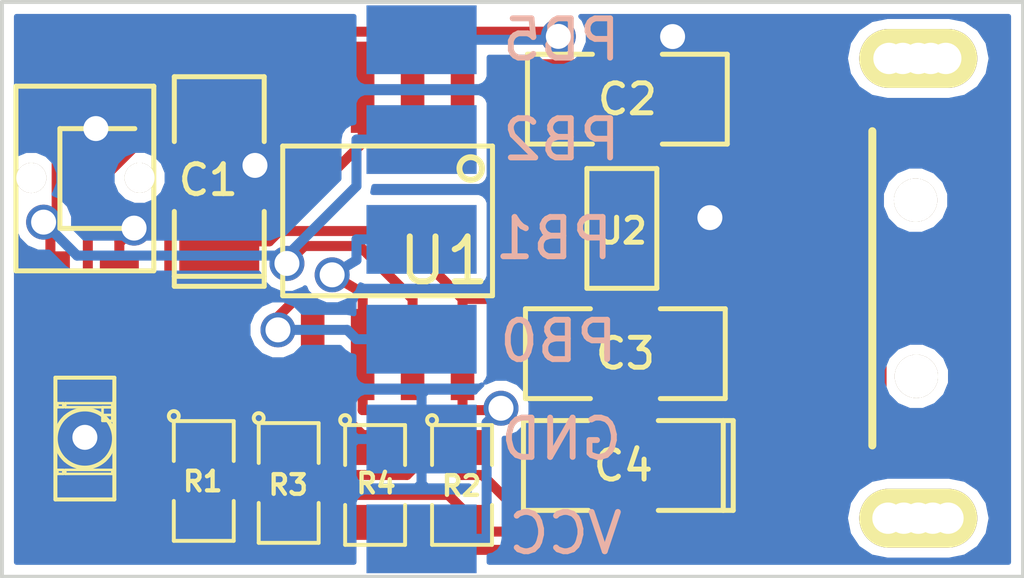
<source format=kicad_pcb>
(kicad_pcb (version 20171130) (host pcbnew "(5.1.6)-1")

  (general
    (thickness 1.6)
    (drawings 4)
    (tracks 160)
    (zones 0)
    (modules 14)
    (nets 14)
  )

  (page A3)
  (layers
    (0 F.Cu signal)
    (31 B.Cu signal)
    (32 B.Adhes user)
    (33 F.Adhes user)
    (34 B.Paste user)
    (35 F.Paste user)
    (36 B.SilkS user)
    (37 F.SilkS user)
    (38 B.Mask user)
    (39 F.Mask user)
    (40 Dwgs.User user)
    (41 Cmts.User user)
    (42 Eco1.User user)
    (43 Eco2.User user)
    (44 Edge.Cuts user)
  )

  (setup
    (last_trace_width 0.254)
    (user_trace_width 0.127)
    (trace_clearance 0.127)
    (zone_clearance 0.254)
    (zone_45_only no)
    (trace_min 0.127)
    (via_size 0.889)
    (via_drill 0.635)
    (via_min_size 0.555)
    (via_min_drill 0.3352)
    (user_via 0.555 0.3352)
    (uvia_size 0.508)
    (uvia_drill 0.127)
    (uvias_allowed no)
    (uvia_min_size 0.254)
    (uvia_min_drill 0.063)
    (edge_width 0.1)
    (segment_width 0.2)
    (pcb_text_width 0.3)
    (pcb_text_size 1.5 1.5)
    (mod_edge_width 0.15)
    (mod_text_size 1 1)
    (mod_text_width 0.15)
    (pad_size 1.75 2.8)
    (pad_drill 0)
    (pad_to_mask_clearance 0)
    (aux_axis_origin 0 0)
    (visible_elements 7FFFFFFF)
    (pcbplotparams
      (layerselection 0x00030_ffffffff)
      (usegerberextensions true)
      (usegerberattributes true)
      (usegerberadvancedattributes true)
      (creategerberjobfile true)
      (excludeedgelayer true)
      (linewidth 0.150000)
      (plotframeref false)
      (viasonmask false)
      (mode 1)
      (useauxorigin false)
      (hpglpennumber 1)
      (hpglpenspeed 20)
      (hpglpendiameter 15.000000)
      (psnegative false)
      (psa4output false)
      (plotreference true)
      (plotvalue true)
      (plotinvisibletext false)
      (padsonsilk false)
      (subtractmaskfromsilk false)
      (outputformat 1)
      (mirror false)
      (drillshape 0)
      (scaleselection 1)
      (outputdirectory "gerbers/"))
  )

  (net 0 "")
  (net 1 GND)
  (net 2 N-0000013)
  (net 3 N-000006)
  (net 4 N-000007)
  (net 5 N-000009)
  (net 6 PB0)
  (net 7 PB1)
  (net 8 PB2)
  (net 9 PB3)
  (net 10 PB4)
  (net 11 PB5)
  (net 12 VBUS)
  (net 13 VCC)

  (net_class Default "This is the default net class."
    (clearance 0.127)
    (trace_width 0.254)
    (via_dia 0.889)
    (via_drill 0.635)
    (uvia_dia 0.508)
    (uvia_drill 0.127)
    (add_net GND)
    (add_net N-0000013)
    (add_net N-000006)
    (add_net N-000007)
    (add_net N-000009)
    (add_net PB0)
    (add_net PB1)
    (add_net PB2)
    (add_net PB3)
    (add_net PB4)
    (add_net PB5)
    (add_net VBUS)
    (add_net VCC)
  )

  (module MICROJELLY-USB-A-SMT-MALE (layer F.Cu) (tedit 53FA1903) (tstamp 53F79302)
    (at 229.451 150.419 270)
    (path /53F78CBD)
    (attr smd)
    (fp_text reference J2 (at -4.369 25.5525 270) (layer B.SilkS) hide
      (effects (font (size 1.27 1.27) (thickness 0.0889)))
    )
    (fp_text value USB (at 1.7143 25.5906 270) (layer B.SilkS) hide
      (effects (font (size 1.27 1.27) (thickness 0.0889)))
    )
    (fp_line (start -3.99796 2.26822) (end 3.99796 2.26822) (layer F.SilkS) (width 0.2032))
    (pad 2 smd rect (at 1.02616 3.66776 270) (size 1.19888 1.99898) (layers F.Cu F.Paste F.Mask)
      (net 4 N-000007))
    (pad 3 smd rect (at -1.02616 3.66776 270) (size 1.19888 1.99898) (layers F.Cu F.Paste F.Mask)
      (net 3 N-000006))
    (pad 1 smd rect (at 3.49758 3.66776 270) (size 1.19888 1.99898) (layers F.Cu F.Paste F.Mask)
      (net 1 GND))
    (pad P$1 thru_hole oval (at 5.84962 1.09982 270) (size 1.4986 2.99974) (drill 0.79756) (layers *.Cu *.Mask F.Paste F.SilkS))
    (pad P$3 thru_hole oval (at -5.84962 1.09982 270) (size 1.4986 2.99974) (drill 0.79756) (layers *.Cu *.Mask F.Paste F.SilkS))
    (pad 4 smd rect (at -3.49758 3.66776 270) (size 1.19888 1.99898) (layers F.Cu F.Paste F.Mask)
      (net 12 VBUS))
    (pad P$4 thru_hole circle (at 2.24028 1.14808 270) (size 1.099998 1.099998) (drill 1.099998) (layers *.Cu *.Mask F.SilkS))
    (pad P$5 thru_hole circle (at -2.24282 1.1684 270) (size 1.099998 1.099998) (drill 1.099998) (layers *.Cu *.Mask F.SilkS))
    (pad P$4 thru_hole circle (at -5.84962 0.40132 270) (size 0.79756 0.79756) (drill 0.79756) (layers *.Cu F.Paste F.SilkS F.Mask))
    (pad P$5 thru_hole circle (at -5.84962 0.78232 270) (size 0.79756 0.79756) (drill 0.79756) (layers *.Cu F.Paste F.SilkS F.Mask))
    (pad P$6 thru_hole circle (at -5.84962 1.84404 270) (size 0.79756 0.79756) (drill 0.79756) (layers *.Cu F.Paste F.SilkS F.Mask))
    (pad P$7 thru_hole circle (at -5.84962 1.49352 270) (size 0.79756 0.79756) (drill 0.79756) (layers *.Cu F.Paste F.SilkS F.Mask))
    (pad P$2 thru_hole circle (at 5.84962 0.34544 270) (size 0.79756 0.79756) (drill 0.79756) (layers *.Cu F.Paste F.SilkS F.Mask))
    (pad P$3 thru_hole circle (at 5.84962 0.73152 270) (size 0.79756 0.79756) (drill 0.79756) (layers *.Cu F.Paste F.SilkS F.Mask))
    (pad P$4 thru_hole circle (at 5.84962 1.86944 270) (size 0.79756 0.79756) (drill 0.79756) (layers *.Cu F.Paste F.SilkS F.Mask))
    (pad P$5 thru_hole circle (at 5.84962 1.46812 270) (size 0.79756 0.79756) (drill 0.79756) (layers *.Cu F.Paste F.SilkS F.Mask))
  )

  (module MICROJELLY_ISP_SMD_CLASSIC (layer B.Cu) (tedit 53FA18ED) (tstamp 53FA1098)
    (at 213.944 150.444 270)
    (path /53F78CDD)
    (fp_text reference J1 (at 4.0261 9.9312 270) (layer B.SilkS) hide
      (effects (font (size 1 1) (thickness 0.15)) (justify mirror))
    )
    (fp_text value ISP (at -1.4857 9.8677 270) (layer B.SilkS) hide
      (effects (font (size 1 1) (thickness 0.15)) (justify mirror))
    )
    (fp_text user VCC (at 6.2105 -5.4358) (layer B.SilkS)
      (effects (font (size 1 1) (thickness 0.15)) (justify mirror))
    )
    (fp_text user GND (at 3.81 -5.334) (layer B.SilkS)
      (effects (font (size 1 1) (thickness 0.15)) (justify mirror))
    )
    (fp_text user PB0 (at 1.321 -5.258) (layer B.SilkS)
      (effects (font (size 1 1) (thickness 0.15)) (justify mirror))
    )
    (fp_text user PB1 (at -1.2952 -5.1437) (layer B.SilkS)
      (effects (font (size 1 1) (thickness 0.15)) (justify mirror))
    )
    (fp_text user PB2 (at -3.81 -5.334) (layer B.SilkS)
      (effects (font (size 1 1) (thickness 0.15)) (justify mirror))
    )
    (fp_text user PB5 (at -6.35 -5.334) (layer B.SilkS)
      (effects (font (size 1 1) (thickness 0.15)) (justify mirror))
    )
    (pad 5 smd rect (at -6.35 -1.778 270) (size 1.75 2.8) (layers B.Cu B.Paste B.Mask)
      (net 11 PB5))
    (pad 3 smd rect (at -3.81 -1.778 270) (size 1.75 2.8) (layers B.Cu B.Paste B.Mask)
      (net 8 PB2))
    (pad 1 smd rect (at -1.27 -1.778 270) (size 1.75 2.8) (layers B.Cu B.Paste B.Mask)
      (net 7 PB1))
    (pad 4 smd rect (at 1.27 -1.778 270) (size 1.75 2.8) (layers B.Cu B.Paste B.Mask)
      (net 6 PB0))
    (pad 6 smd rect (at 3.81 -1.778 270) (size 1.75 2.8) (layers B.Cu B.Paste B.Mask)
      (net 1 GND))
    (pad 2 smd rect (at 6.35 -1.778 270) (size 1.75 2.8) (layers B.Cu B.Paste B.Mask)
      (net 13 VCC))
  )

  (module MICROJELLY-SOT23-5 (layer F.Cu) (tedit 53FA14B2) (tstamp 53F7930F)
    (at 220.815 148.895 90)
    (path /53F78C7B)
    (attr smd)
    (fp_text reference U2 (at -0.0633 -0.0128 180) (layer F.SilkS)
      (effects (font (size 0.635 0.635) (thickness 0.127)))
    )
    (fp_text value LDO (at -2.9716 -16.7768 90) (layer F.SilkS) hide
      (effects (font (size 0.635 0.635) (thickness 0.127)))
    )
    (fp_line (start -1.524 -0.889) (end 1.524 -0.889) (layer F.SilkS) (width 0.127))
    (fp_line (start -1.524 0.889) (end -1.524 -0.889) (layer F.SilkS) (width 0.127))
    (fp_line (start 1.524 0.889) (end -1.524 0.889) (layer F.SilkS) (width 0.127))
    (fp_line (start 1.524 -0.889) (end 1.524 0.889) (layer F.SilkS) (width 0.127))
    (pad 1 smd rect (at -0.9525 1.27 90) (size 0.508 0.762) (layers F.Cu F.Paste F.Mask)
      (net 12 VBUS))
    (pad 3 smd rect (at 0.9525 1.27 90) (size 0.508 0.762) (layers F.Cu F.Paste F.Mask)
      (net 1 GND))
    (pad 5 smd rect (at -0.9525 -1.27 90) (size 0.508 0.762) (layers F.Cu F.Paste F.Mask)
      (net 13 VCC))
    (pad 2 smd rect (at 0 1.27 90) (size 0.508 0.762) (layers F.Cu F.Paste F.Mask)
      (net 1 GND))
    (pad 4 smd rect (at 0.9525 -1.27 90) (size 0.508 0.762) (layers F.Cu F.Paste F.Mask)
      (net 2 N-0000013))
    (model smd/SOT23_5.wrl
      (at (xyz 0 0 0))
      (scale (xyz 0.1 0.1 0.1))
      (rotate (xyz 0 0 0))
    )
  )

  (module MICROJELLY-SOIC8-WIDE (layer F.Cu) (tedit 53FA144B) (tstamp 53F79321)
    (at 214.859 148.704 180)
    (descr "module CMS SOJ 8 pins etroit")
    (tags "CMS SOJ")
    (path /53F78C6C)
    (attr smd)
    (fp_text reference U1 (at -1.4347 -1.0163 180) (layer F.SilkS)
      (effects (font (size 1.143 1.143) (thickness 0.1524)))
    )
    (fp_text value ATTINY85 (at 10.643 -4.6231 270) (layer F.SilkS) hide
      (effects (font (size 0.889 0.889) (thickness 0.1524)))
    )
    (fp_line (start 2.667 -1.905) (end 2.667 1.905) (layer F.SilkS) (width 0.127))
    (fp_line (start -2.667 -1.905) (end -2.667 1.778) (layer F.SilkS) (width 0.127))
    (fp_line (start 2.667 -1.905) (end -2.667 -1.905) (layer F.SilkS) (width 0.127))
    (fp_line (start -2.667 1.905) (end 2.667 1.905) (layer F.SilkS) (width 0.127))
    (fp_line (start -2.667 1.778) (end -2.667 1.905) (layer F.SilkS) (width 0.127))
    (fp_circle (center -2.11328 1.3335) (end -2.3876 1.24714) (layer F.SilkS) (width 0.15))
    (pad 8 smd rect (at -1.905 -3.40106 180) (size 0.59944 2.32) (layers F.Cu F.Paste F.Mask)
      (net 13 VCC))
    (pad 1 smd rect (at -1.905 3.40106 180) (size 0.59944 2.32) (layers F.Cu F.Paste F.Mask)
      (net 11 PB5))
    (pad 7 smd rect (at -0.635 -3.40106 180) (size 0.59944 2.32) (layers F.Cu F.Paste F.Mask)
      (net 8 PB2))
    (pad 6 smd rect (at 0.635 -3.40106 180) (size 0.59944 2.32) (layers F.Cu F.Paste F.Mask)
      (net 7 PB1))
    (pad 5 smd rect (at 1.905 -3.40106 180) (size 0.59944 2.32) (layers F.Cu F.Paste F.Mask)
      (net 6 PB0))
    (pad 2 smd rect (at -0.635 3.40106 180) (size 0.59944 2.32) (layers F.Cu F.Paste F.Mask)
      (net 9 PB3))
    (pad 3 smd rect (at 0.635 3.40106 180) (size 0.59944 2.32) (layers F.Cu F.Paste F.Mask)
      (net 10 PB4))
    (pad 4 smd rect (at 1.905 3.40106 180) (size 0.59944 2.32) (layers F.Cu F.Paste F.Mask)
      (net 1 GND))
    (model smd/cms_so8.wrl
      (at (xyz 0 0 0))
      (scale (xyz 0.5 0.32 0.5))
      (rotate (xyz 0 0 0))
    )
  )

  (module MICROJELLY-E-SWITCH (layer F.Cu) (tedit 525C1661) (tstamp 53F79332)
    (at 207.162 147.625 270)
    (path /53F78CF3)
    (attr smd)
    (fp_text reference SW1 (at 0 0 270) (layer F.SilkS)
      (effects (font (size 0.0004 0.0004) (thickness 0.00012)))
    )
    (fp_text value ESWITCH (at 0 0 270) (layer F.SilkS)
      (effects (font (size 0.0004 0.0004) (thickness 0.00012)))
    )
    (fp_line (start 1.27 0.635) (end 1.27 -1.27) (layer F.SilkS) (width 0.127))
    (fp_line (start -1.27 0.635) (end 1.27 0.635) (layer F.SilkS) (width 0.127))
    (fp_line (start -1.27 -1.27) (end -1.27 0.635) (layer F.SilkS) (width 0.127))
    (fp_line (start 2.3495 -1.7526) (end -2.3495 -1.7526) (layer F.SilkS) (width 0.127))
    (fp_line (start 2.3495 1.7526) (end 2.3495 -1.7526) (layer F.SilkS) (width 0.127))
    (fp_line (start -2.3495 1.7526) (end 2.3495 1.7526) (layer F.SilkS) (width 0.127))
    (fp_line (start -2.3495 -1.7526) (end -2.3495 1.7526) (layer F.SilkS) (width 0.127))
    (pad 1 smd rect (at -2.6289 0.8763 270) (size 1.5494 0.9906) (layers F.Cu F.Paste F.Mask)
      (net 8 PB2))
    (pad 1 smd rect (at 2.6289 0.8763 270) (size 1.5494 0.9906) (layers F.Cu F.Paste F.Mask)
      (net 8 PB2))
    (pad 2 smd rect (at -2.6289 -0.8763 270) (size 1.5494 0.9906) (layers F.Cu F.Paste F.Mask)
      (net 1 GND))
    (pad 2 smd rect (at 2.6289 -0.8763 270) (size 1.5494 0.9906) (layers F.Cu F.Paste F.Mask)
      (net 1 GND))
    (pad P$5 thru_hole circle (at -0.01778 -1.39192 270) (size 0.762 0.762) (drill 0.762) (layers *.Cu *.Mask F.SilkS))
    (pad P$6 thru_hole circle (at -0.01524 1.36144 270) (size 0.762 0.762) (drill 0.762) (layers *.Cu *.Mask F.SilkS))
  )

  (module SM1206POL (layer F.Cu) (tedit 53FA1462) (tstamp 53F79341)
    (at 210.579 147.574 90)
    (path /53F78D86)
    (attr smd)
    (fp_text reference C1 (at -0.0889 -0.2797 180) (layer F.SilkS)
      (effects (font (size 0.762 0.762) (thickness 0.127)))
    )
    (fp_text value 10uF (at -1.143 -6.4519 90) (layer F.SilkS) hide
      (effects (font (size 0.762 0.762) (thickness 0.127)))
    )
    (fp_line (start -0.889 -1.143) (end -2.54 -1.143) (layer F.SilkS) (width 0.127))
    (fp_line (start 2.54 1.143) (end 0.889 1.143) (layer F.SilkS) (width 0.127))
    (fp_line (start 2.54 -1.143) (end 2.54 1.143) (layer F.SilkS) (width 0.127))
    (fp_line (start 0.889 -1.143) (end 2.54 -1.143) (layer F.SilkS) (width 0.127))
    (fp_line (start -2.54 1.143) (end -0.889 1.143) (layer F.SilkS) (width 0.127))
    (fp_line (start -2.54 -1.143) (end -2.54 1.143) (layer F.SilkS) (width 0.127))
    (fp_line (start -2.794 1.143) (end -2.54 1.143) (layer F.SilkS) (width 0.127))
    (fp_line (start -2.794 -1.143) (end -2.794 1.143) (layer F.SilkS) (width 0.127))
    (fp_line (start -2.54 -1.143) (end -2.794 -1.143) (layer F.SilkS) (width 0.127))
    (pad 1 smd rect (at -1.651 0 90) (size 1.524 2.032) (layers F.Cu F.Paste F.Mask)
      (net 13 VCC))
    (pad 2 smd rect (at 1.651 0 90) (size 1.524 2.032) (layers F.Cu F.Paste F.Mask)
      (net 1 GND))
    (model smd/chip_cms_pol.wrl
      (at (xyz 0 0 0))
      (scale (xyz 0.17 0.16 0.16))
      (rotate (xyz 0 0 0))
    )
  )

  (module SM1206POL (layer F.Cu) (tedit 53FA14A0) (tstamp 53F79350)
    (at 220.853 154.927 180)
    (path /53F78E77)
    (attr smd)
    (fp_text reference C4 (at 0 0 180) (layer F.SilkS)
      (effects (font (size 0.762 0.762) (thickness 0.127)))
    )
    (fp_text value 1uF (at 16.7767 4.9781 270) (layer F.SilkS) hide
      (effects (font (size 0.762 0.762) (thickness 0.127)))
    )
    (fp_line (start -0.889 -1.143) (end -2.54 -1.143) (layer F.SilkS) (width 0.127))
    (fp_line (start 2.54 1.143) (end 0.889 1.143) (layer F.SilkS) (width 0.127))
    (fp_line (start 2.54 -1.143) (end 2.54 1.143) (layer F.SilkS) (width 0.127))
    (fp_line (start 0.889 -1.143) (end 2.54 -1.143) (layer F.SilkS) (width 0.127))
    (fp_line (start -2.54 1.143) (end -0.889 1.143) (layer F.SilkS) (width 0.127))
    (fp_line (start -2.54 -1.143) (end -2.54 1.143) (layer F.SilkS) (width 0.127))
    (fp_line (start -2.794 1.143) (end -2.54 1.143) (layer F.SilkS) (width 0.127))
    (fp_line (start -2.794 -1.143) (end -2.794 1.143) (layer F.SilkS) (width 0.127))
    (fp_line (start -2.54 -1.143) (end -2.794 -1.143) (layer F.SilkS) (width 0.127))
    (pad 1 smd rect (at -1.651 0 180) (size 1.524 2.032) (layers F.Cu F.Paste F.Mask)
      (net 13 VCC))
    (pad 2 smd rect (at 1.651 0 180) (size 1.524 2.032) (layers F.Cu F.Paste F.Mask)
      (net 1 GND))
    (model smd/chip_cms_pol.wrl
      (at (xyz 0 0 0))
      (scale (xyz 0.17 0.16 0.16))
      (rotate (xyz 0 0 0))
    )
  )

  (module SM1206 (layer F.Cu) (tedit 53FA14A5) (tstamp 53F7935C)
    (at 220.904 152.082)
    (path /53F78DE2)
    (attr smd)
    (fp_text reference C3 (at 0 0) (layer F.SilkS)
      (effects (font (size 0.762 0.762) (thickness 0.127)))
    )
    (fp_text value .01uF (at -16.8912 -3.2126 90) (layer F.SilkS) hide
      (effects (font (size 0.762 0.762) (thickness 0.127)))
    )
    (fp_line (start -0.889 -1.143) (end -2.54 -1.143) (layer F.SilkS) (width 0.127))
    (fp_line (start 2.54 1.143) (end 0.889 1.143) (layer F.SilkS) (width 0.127))
    (fp_line (start 2.54 -1.143) (end 2.54 1.143) (layer F.SilkS) (width 0.127))
    (fp_line (start 0.889 -1.143) (end 2.54 -1.143) (layer F.SilkS) (width 0.127))
    (fp_line (start -2.54 1.143) (end -0.889 1.143) (layer F.SilkS) (width 0.127))
    (fp_line (start -2.54 -1.143) (end -2.54 1.143) (layer F.SilkS) (width 0.127))
    (pad 1 smd rect (at -1.651 0) (size 1.524 2.032) (layers F.Cu F.Paste F.Mask)
      (net 2 N-0000013))
    (pad 2 smd rect (at 1.651 0) (size 1.524 2.032) (layers F.Cu F.Paste F.Mask)
      (net 1 GND))
    (model smd/chip_cms.wrl
      (at (xyz 0 0 0))
      (scale (xyz 0.17 0.16 0.16))
      (rotate (xyz 0 0 0))
    )
  )

  (module SM1206 (layer F.Cu) (tedit 53FA14B6) (tstamp 53F79368)
    (at 220.955 145.606)
    (path /53F78E1D)
    (attr smd)
    (fp_text reference C2 (at 0 0) (layer F.SilkS)
      (effects (font (size 0.762 0.762) (thickness 0.127)))
    )
    (fp_text value .1uF (at -16.7898 7.3655 90) (layer F.SilkS) hide
      (effects (font (size 0.762 0.762) (thickness 0.127)))
    )
    (fp_line (start -0.889 -1.143) (end -2.54 -1.143) (layer F.SilkS) (width 0.127))
    (fp_line (start 2.54 1.143) (end 0.889 1.143) (layer F.SilkS) (width 0.127))
    (fp_line (start 2.54 -1.143) (end 2.54 1.143) (layer F.SilkS) (width 0.127))
    (fp_line (start 0.889 -1.143) (end 2.54 -1.143) (layer F.SilkS) (width 0.127))
    (fp_line (start -2.54 1.143) (end -0.889 1.143) (layer F.SilkS) (width 0.127))
    (fp_line (start -2.54 -1.143) (end -2.54 1.143) (layer F.SilkS) (width 0.127))
    (pad 1 smd rect (at -1.651 0) (size 1.524 2.032) (layers F.Cu F.Paste F.Mask)
      (net 12 VBUS))
    (pad 2 smd rect (at 1.651 0) (size 1.524 2.032) (layers F.Cu F.Paste F.Mask)
      (net 1 GND))
    (model smd/chip_cms.wrl
      (at (xyz 0 0 0))
      (scale (xyz 0.17 0.16 0.16))
      (rotate (xyz 0 0 0))
    )
  )

  (module SM0805 (layer F.Cu) (tedit 53FA1471) (tstamp 53F79375)
    (at 210.185 155.321 270)
    (path /53F78DA1)
    (attr smd)
    (fp_text reference R1 (at 0.0127 0.0254) (layer F.SilkS)
      (effects (font (size 0.50038 0.50038) (thickness 0.10922)))
    )
    (fp_text value 47 (at -3.4925 5.9055 270) (layer F.SilkS) hide
      (effects (font (size 0.50038 0.50038) (thickness 0.10922)))
    )
    (fp_line (start 1.524 0.762) (end 0.508 0.762) (layer F.SilkS) (width 0.09906))
    (fp_line (start 1.524 -0.762) (end 1.524 0.762) (layer F.SilkS) (width 0.09906))
    (fp_line (start 0.508 -0.762) (end 1.524 -0.762) (layer F.SilkS) (width 0.09906))
    (fp_line (start -1.524 -0.762) (end -0.508 -0.762) (layer F.SilkS) (width 0.09906))
    (fp_line (start -1.524 0.762) (end -1.524 -0.762) (layer F.SilkS) (width 0.09906))
    (fp_line (start -0.508 0.762) (end -1.524 0.762) (layer F.SilkS) (width 0.09906))
    (fp_circle (center -1.651 0.762) (end -1.651 0.635) (layer F.SilkS) (width 0.09906))
    (pad 1 smd rect (at -0.9525 0 270) (size 0.889 1.397) (layers F.Cu F.Paste F.Mask)
      (net 7 PB1))
    (pad 2 smd rect (at 0.9525 0 270) (size 0.889 1.397) (layers F.Cu F.Paste F.Mask)
      (net 5 N-000009))
    (model smd/chip_cms.wrl
      (at (xyz 0 0 0))
      (scale (xyz 0.1 0.1 0.1))
      (rotate (xyz 0 0 0))
    )
  )

  (module SM0805 (layer F.Cu) (tedit 53FA1491) (tstamp 53F79382)
    (at 214.541 155.423 270)
    (path /53F78F69)
    (attr smd)
    (fp_text reference R4 (at -0.0385 -0.0255) (layer F.SilkS)
      (effects (font (size 0.50038 0.50038) (thickness 0.10922)))
    )
    (fp_text value 68 (at -5.7916 10.2996 270) (layer F.SilkS) hide
      (effects (font (size 0.50038 0.50038) (thickness 0.10922)))
    )
    (fp_line (start 1.524 0.762) (end 0.508 0.762) (layer F.SilkS) (width 0.09906))
    (fp_line (start 1.524 -0.762) (end 1.524 0.762) (layer F.SilkS) (width 0.09906))
    (fp_line (start 0.508 -0.762) (end 1.524 -0.762) (layer F.SilkS) (width 0.09906))
    (fp_line (start -1.524 -0.762) (end -0.508 -0.762) (layer F.SilkS) (width 0.09906))
    (fp_line (start -1.524 0.762) (end -1.524 -0.762) (layer F.SilkS) (width 0.09906))
    (fp_line (start -0.508 0.762) (end -1.524 0.762) (layer F.SilkS) (width 0.09906))
    (fp_circle (center -1.651 0.762) (end -1.651 0.635) (layer F.SilkS) (width 0.09906))
    (pad 1 smd rect (at -0.9525 0 270) (size 0.889 1.397) (layers F.Cu F.Paste F.Mask)
      (net 10 PB4))
    (pad 2 smd rect (at 0.9525 0 270) (size 0.889 1.397) (layers F.Cu F.Paste F.Mask)
      (net 4 N-000007))
    (model smd/chip_cms.wrl
      (at (xyz 0 0 0))
      (scale (xyz 0.1 0.1 0.1))
      (rotate (xyz 0 0 0))
    )
  )

  (module SM0805 (layer F.Cu) (tedit 53FA148B) (tstamp 53F7938F)
    (at 212.344 155.372 270)
    (path /53F78FA1)
    (attr smd)
    (fp_text reference R3 (at 0.0506 0.0127) (layer F.SilkS)
      (effects (font (size 0.50038 0.50038) (thickness 0.10922)))
    )
    (fp_text value 68 (at -6.4518 8.2423 270) (layer F.SilkS) hide
      (effects (font (size 0.50038 0.50038) (thickness 0.10922)))
    )
    (fp_line (start 1.524 0.762) (end 0.508 0.762) (layer F.SilkS) (width 0.09906))
    (fp_line (start 1.524 -0.762) (end 1.524 0.762) (layer F.SilkS) (width 0.09906))
    (fp_line (start 0.508 -0.762) (end 1.524 -0.762) (layer F.SilkS) (width 0.09906))
    (fp_line (start -1.524 -0.762) (end -0.508 -0.762) (layer F.SilkS) (width 0.09906))
    (fp_line (start -1.524 0.762) (end -1.524 -0.762) (layer F.SilkS) (width 0.09906))
    (fp_line (start -0.508 0.762) (end -1.524 0.762) (layer F.SilkS) (width 0.09906))
    (fp_circle (center -1.651 0.762) (end -1.651 0.635) (layer F.SilkS) (width 0.09906))
    (pad 1 smd rect (at -0.9525 0 270) (size 0.889 1.397) (layers F.Cu F.Paste F.Mask)
      (net 9 PB3))
    (pad 2 smd rect (at 0.9525 0 270) (size 0.889 1.397) (layers F.Cu F.Paste F.Mask)
      (net 3 N-000006))
    (model smd/chip_cms.wrl
      (at (xyz 0 0 0))
      (scale (xyz 0.1 0.1 0.1))
      (rotate (xyz 0 0 0))
    )
  )

  (module SM0805 (layer F.Cu) (tedit 53FA1494) (tstamp 53F7939C)
    (at 216.751 155.423 270)
    (path /53F78FA7)
    (attr smd)
    (fp_text reference R2 (at 0.025 0.0128) (layer F.SilkS)
      (effects (font (size 0.50038 0.50038) (thickness 0.10922)))
    )
    (fp_text value 1K5 (at -6.325 12.6747 270) (layer F.SilkS) hide
      (effects (font (size 0.50038 0.50038) (thickness 0.10922)))
    )
    (fp_line (start 1.524 0.762) (end 0.508 0.762) (layer F.SilkS) (width 0.09906))
    (fp_line (start 1.524 -0.762) (end 1.524 0.762) (layer F.SilkS) (width 0.09906))
    (fp_line (start 0.508 -0.762) (end 1.524 -0.762) (layer F.SilkS) (width 0.09906))
    (fp_line (start -1.524 -0.762) (end -0.508 -0.762) (layer F.SilkS) (width 0.09906))
    (fp_line (start -1.524 0.762) (end -1.524 -0.762) (layer F.SilkS) (width 0.09906))
    (fp_line (start -0.508 0.762) (end -1.524 0.762) (layer F.SilkS) (width 0.09906))
    (fp_circle (center -1.651 0.762) (end -1.651 0.635) (layer F.SilkS) (width 0.09906))
    (pad 1 smd rect (at -0.9525 0 270) (size 0.889 1.397) (layers F.Cu F.Paste F.Mask)
      (net 13 VCC))
    (pad 2 smd rect (at 0.9525 0 270) (size 0.889 1.397) (layers F.Cu F.Paste F.Mask)
      (net 3 N-000006))
    (model smd/chip_cms.wrl
      (at (xyz 0 0 0))
      (scale (xyz 0.1 0.1 0.1))
      (rotate (xyz 0 0 0))
    )
  )

  (module LED-1206 (layer F.Cu) (tedit 53FA1456) (tstamp 53F793C6)
    (at 207.162 154.242 90)
    (descr "LED 1206 smd package")
    (tags "LED1206 SMD")
    (path /53F78DB1)
    (attr smd)
    (fp_text reference D1 (at 0.1148 -2.946 90) (layer F.SilkS) hide
      (effects (font (size 0.762 0.762) (thickness 0.0889)))
    )
    (fp_text value LED (at 0.1783 -2.8952 90) (layer F.SilkS) hide
      (effects (font (size 0.762 0.762) (thickness 0.0889)))
    )
    (fp_line (start 1.5494 -0.7493) (end 1.5494 0.7493) (layer F.SilkS) (width 0.1016))
    (fp_line (start -1.5494 -0.7493) (end 1.5494 -0.7493) (layer F.SilkS) (width 0.1016))
    (fp_line (start -1.5494 0.7493) (end -1.5494 -0.7493) (layer F.SilkS) (width 0.1016))
    (fp_line (start 1.5494 0.7493) (end -1.5494 0.7493) (layer F.SilkS) (width 0.1016))
    (fp_line (start 0.44958 0.6985) (end 0.44958 0.44958) (layer F.SilkS) (width 0.06604))
    (fp_line (start 0.44958 0.44958) (end 0.59944 0.44958) (layer F.SilkS) (width 0.06604))
    (fp_line (start 0.59944 0.6985) (end 0.59944 0.44958) (layer F.SilkS) (width 0.06604))
    (fp_line (start 0.44958 0.6985) (end 0.59944 0.6985) (layer F.SilkS) (width 0.06604))
    (fp_line (start -0.89916 -0.54864) (end -0.89916 -0.6985) (layer F.SilkS) (width 0.06604))
    (fp_line (start -0.89916 -0.6985) (end -0.79756 -0.6985) (layer F.SilkS) (width 0.06604))
    (fp_line (start -0.79756 -0.54864) (end -0.79756 -0.6985) (layer F.SilkS) (width 0.06604))
    (fp_line (start -0.89916 -0.54864) (end -0.79756 -0.54864) (layer F.SilkS) (width 0.06604))
    (fp_line (start -0.89916 0.6985) (end -0.89916 -0.49784) (layer F.SilkS) (width 0.06604))
    (fp_line (start -0.89916 -0.49784) (end -0.79756 -0.49784) (layer F.SilkS) (width 0.06604))
    (fp_line (start -0.79756 0.6985) (end -0.79756 -0.49784) (layer F.SilkS) (width 0.06604))
    (fp_line (start -0.89916 0.6985) (end -0.79756 0.6985) (layer F.SilkS) (width 0.06604))
    (fp_line (start 0.79756 -0.54864) (end 0.79756 -0.6985) (layer F.SilkS) (width 0.06604))
    (fp_line (start 0.79756 -0.6985) (end 0.89916 -0.6985) (layer F.SilkS) (width 0.06604))
    (fp_line (start 0.89916 -0.54864) (end 0.89916 -0.6985) (layer F.SilkS) (width 0.06604))
    (fp_line (start 0.79756 -0.54864) (end 0.89916 -0.54864) (layer F.SilkS) (width 0.06604))
    (fp_line (start 0.79756 0.6985) (end 0.79756 -0.49784) (layer F.SilkS) (width 0.06604))
    (fp_line (start 0.79756 -0.49784) (end 0.89916 -0.49784) (layer F.SilkS) (width 0.06604))
    (fp_line (start 0.89916 0.6985) (end 0.89916 -0.49784) (layer F.SilkS) (width 0.06604))
    (fp_line (start 0.79756 0.6985) (end 0.89916 0.6985) (layer F.SilkS) (width 0.06604))
    (fp_line (start 0.44958 0.6985) (end 0.44958 0.44958) (layer F.SilkS) (width 0.06604))
    (fp_line (start 0.44958 0.44958) (end 0.79756 0.44958) (layer F.SilkS) (width 0.06604))
    (fp_line (start 0.79756 0.6985) (end 0.79756 0.44958) (layer F.SilkS) (width 0.06604))
    (fp_line (start 0.44958 0.6985) (end 0.79756 0.6985) (layer F.SilkS) (width 0.06604))
    (fp_line (start -0.09906 0.09906) (end -0.09906 -0.09906) (layer F.SilkS) (width 0.06604))
    (fp_line (start -0.09906 -0.09906) (end 0.09906 -0.09906) (layer F.SilkS) (width 0.06604))
    (fp_line (start 0.09906 0.09906) (end 0.09906 -0.09906) (layer F.SilkS) (width 0.06604))
    (fp_line (start -0.09906 0.09906) (end 0.09906 0.09906) (layer F.SilkS) (width 0.06604))
    (fp_arc (start 0 0) (end 0.54864 0.49784) (angle 95.4) (layer F.SilkS) (width 0.1016))
    (fp_arc (start 0 0) (end -0.54864 0.49784) (angle 84.5) (layer F.SilkS) (width 0.1016))
    (fp_arc (start 0 0) (end -0.54864 -0.49784) (angle 95.4) (layer F.SilkS) (width 0.1016))
    (fp_arc (start 0 0) (end 0.54864 -0.49784) (angle 84.5) (layer F.SilkS) (width 0.1016))
    (pad 1 smd rect (at -1.41986 0 90) (size 1.59766 1.80086) (layers F.Cu F.Paste F.Mask)
      (net 5 N-000009))
    (pad 2 smd rect (at 1.41986 0 90) (size 1.59766 1.80086) (layers F.Cu F.Paste F.Mask)
      (net 1 GND))
  )

  (gr_line (start 205.0542 157.7594) (end 205.0542 143.1323) (angle 90) (layer Edge.Cuts) (width 0.1))
  (gr_line (start 231.0142 157.7594) (end 231.0142 143.1323) (angle 90) (layer Edge.Cuts) (width 0.1))
  (gr_line (start 205.0542 157.7594) (end 231.0142 157.7594) (angle 90) (layer Edge.Cuts) (width 0.1))
  (gr_line (start 205.0542 143.1323) (end 231.0142 143.1323) (angle 90) (layer Edge.Cuts) (width 0.1))

  (via (at 208.413 148.8872) (size 0.889) (layers F.Cu B.Cu) (net 1))
  (via (at 207.162 154.2112) (size 0.889) (layers F.Cu B.Cu) (net 1))
  (via (at 207.4421 146.3538) (size 0.889) (layers F.Cu B.Cu) (net 1))
  (via (at 211.4867 147.2913) (size 0.889) (layers F.Cu B.Cu) (net 1))
  (via (at 222.1048 144.0128) (size 0.889) (layers F.Cu B.Cu) (net 1))
  (via (at 223.0533 148.62) (size 0.889) (layers F.Cu B.Cu) (net 1))
  (segment (start 220.2183 153.4024) (end 221.5387 152.082) (width 0.254) (layer F.Cu) (net 1))
  (segment (start 220.2183 154.927) (end 220.2183 153.4024) (width 0.254) (layer F.Cu) (net 1))
  (segment (start 222.555 152.082) (end 221.5387 152.082) (width 0.254) (layer F.Cu) (net 1))
  (segment (start 219.202 154.927) (end 220.2183 154.927) (width 0.254) (layer F.Cu) (net 1))
  (segment (start 208.0383 150.2539) (end 208.0383 149.2249) (width 0.254) (layer F.Cu) (net 1))
  (segment (start 208.0753 149.2249) (end 208.0383 149.2249) (width 0.254) (layer F.Cu) (net 1))
  (segment (start 208.413 148.8872) (end 208.0753 149.2249) (width 0.254) (layer F.Cu) (net 1))
  (segment (start 212.954 145.3029) (end 212.954 146.7172) (width 0.254) (layer F.Cu) (net 1))
  (segment (start 207.162 152.8221) (end 207.162 154.2112) (width 0.254) (layer F.Cu) (net 1))
  (segment (start 208.0383 144.9961) (end 208.0383 146.0251) (width 0.254) (layer F.Cu) (net 1))
  (segment (start 207.7708 146.0251) (end 208.0383 146.0251) (width 0.254) (layer F.Cu) (net 1))
  (segment (start 207.4421 146.3538) (end 207.7708 146.0251) (width 0.254) (layer F.Cu) (net 1))
  (segment (start 210.579 145.923) (end 210.579 146.4219) (width 0.254) (layer F.Cu) (net 1))
  (segment (start 210.8743 146.7172) (end 211.4867 146.7172) (width 0.254) (layer F.Cu) (net 1))
  (segment (start 210.579 146.4219) (end 210.8743 146.7172) (width 0.254) (layer F.Cu) (net 1))
  (segment (start 211.4867 146.7172) (end 212.954 146.7172) (width 0.254) (layer F.Cu) (net 1))
  (segment (start 211.4867 147.2913) (end 211.4867 146.7172) (width 0.254) (layer F.Cu) (net 1))
  (segment (start 222.606 145.606) (end 222.606 144.3357) (width 0.254) (layer F.Cu) (net 1))
  (segment (start 222.4277 144.3357) (end 222.606 144.3357) (width 0.254) (layer F.Cu) (net 1))
  (segment (start 222.1048 144.0128) (end 222.4277 144.3357) (width 0.254) (layer F.Cu) (net 1))
  (segment (start 222.085 147.9425) (end 222.085 148.895) (width 0.254) (layer F.Cu) (net 1))
  (segment (start 222.085 148.895) (end 222.7203 148.895) (width 0.254) (layer F.Cu) (net 1))
  (segment (start 222.9953 148.62) (end 222.7203 148.895) (width 0.254) (layer F.Cu) (net 1))
  (segment (start 223.0533 148.62) (end 222.9953 148.62) (width 0.254) (layer F.Cu) (net 1))
  (segment (start 222.7203 150.6464) (end 222.555 150.8117) (width 0.254) (layer F.Cu) (net 1))
  (segment (start 222.7203 148.895) (end 222.7203 150.6464) (width 0.254) (layer F.Cu) (net 1))
  (segment (start 222.555 152.082) (end 222.555 151.4468) (width 0.254) (layer F.Cu) (net 1))
  (segment (start 222.555 151.4468) (end 222.555 150.8117) (width 0.254) (layer F.Cu) (net 1))
  (segment (start 224.5294 153.4212) (end 224.5294 153.9166) (width 0.254) (layer F.Cu) (net 1))
  (segment (start 222.555 151.4468) (end 224.5294 153.4212) (width 0.254) (layer F.Cu) (net 1))
  (segment (start 225.7832 153.9166) (end 224.5294 153.9166) (width 0.254) (layer F.Cu) (net 1))
  (segment (start 219.253 152.082) (end 219.253 150.8117) (width 0.254) (layer F.Cu) (net 2))
  (segment (start 219.545 147.9425) (end 220.1803 147.9425) (width 0.254) (layer F.Cu) (net 2))
  (segment (start 220.1803 150.2171) (end 220.1803 147.9425) (width 0.254) (layer F.Cu) (net 2))
  (segment (start 219.5857 150.8117) (end 220.1803 150.2171) (width 0.254) (layer F.Cu) (net 2))
  (segment (start 219.253 150.8117) (end 219.5857 150.8117) (width 0.254) (layer F.Cu) (net 2))
  (segment (start 216.751 156.3755) (end 216.751 156.0261) (width 0.254) (layer F.Cu) (net 3))
  (segment (start 225.7832 149.3928) (end 224.5294 149.3928) (width 0.254) (layer F.Cu) (net 3))
  (segment (start 217.3344 156.6095) (end 216.751 156.0261) (width 0.254) (layer F.Cu) (net 3))
  (segment (start 225.0662 156.6095) (end 217.3344 156.6095) (width 0.254) (layer F.Cu) (net 3))
  (segment (start 227.037 154.6387) (end 225.0662 156.6095) (width 0.254) (layer F.Cu) (net 3))
  (segment (start 227.037 153.2119) (end 227.037 154.6387) (width 0.254) (layer F.Cu) (net 3))
  (segment (start 226.888 153.0629) (end 227.037 153.2119) (width 0.254) (layer F.Cu) (net 3))
  (segment (start 225.3961 153.0629) (end 226.888 153.0629) (width 0.254) (layer F.Cu) (net 3))
  (segment (start 224.5294 152.1962) (end 225.3961 153.0629) (width 0.254) (layer F.Cu) (net 3))
  (segment (start 224.5294 149.3928) (end 224.5294 152.1962) (width 0.254) (layer F.Cu) (net 3))
  (segment (start 213.2968 156.0814) (end 213.2968 156.3245) (width 0.254) (layer F.Cu) (net 3))
  (segment (start 213.7016 155.6766) (end 213.2968 156.0814) (width 0.254) (layer F.Cu) (net 3))
  (segment (start 216.4015 155.6766) (end 213.7016 155.6766) (width 0.254) (layer F.Cu) (net 3))
  (segment (start 216.751 156.0261) (end 216.4015 155.6766) (width 0.254) (layer F.Cu) (net 3))
  (segment (start 212.344 156.3245) (end 213.2968 156.3245) (width 0.254) (layer F.Cu) (net 3))
  (segment (start 214.541 156.3755) (end 214.541 157.0743) (width 0.254) (layer F.Cu) (net 4))
  (segment (start 225.7832 151.4452) (end 227.037 151.4452) (width 0.254) (layer F.Cu) (net 4))
  (segment (start 227.4183 151.8265) (end 227.037 151.4452) (width 0.254) (layer F.Cu) (net 4))
  (segment (start 227.4183 154.7966) (end 227.4183 151.8265) (width 0.254) (layer F.Cu) (net 4))
  (segment (start 225.1406 157.0743) (end 227.4183 154.7966) (width 0.254) (layer F.Cu) (net 4))
  (segment (start 214.541 157.0743) (end 225.1406 157.0743) (width 0.254) (layer F.Cu) (net 4))
  (segment (start 208.6206 155.6619) (end 209.2322 156.2735) (width 0.254) (layer F.Cu) (net 5))
  (segment (start 207.162 155.6619) (end 208.6206 155.6619) (width 0.254) (layer F.Cu) (net 5))
  (segment (start 210.185 156.2735) (end 209.2322 156.2735) (width 0.254) (layer F.Cu) (net 5))
  (via (at 212.0719 151.4767) (size 0.889) (layers F.Cu B.Cu) (net 6))
  (segment (start 212.954 152.1051) (end 212.954 150.6908) (width 0.254) (layer F.Cu) (net 6))
  (segment (start 213.8304 151.4767) (end 212.0719 151.4767) (width 0.254) (layer B.Cu) (net 6))
  (segment (start 214.0677 151.714) (end 213.8304 151.4767) (width 0.254) (layer B.Cu) (net 6))
  (segment (start 212.0719 151.1411) (end 212.0719 151.4767) (width 0.254) (layer F.Cu) (net 6))
  (segment (start 212.5222 150.6908) (end 212.0719 151.1411) (width 0.254) (layer F.Cu) (net 6))
  (segment (start 212.954 150.6908) (end 212.5222 150.6908) (width 0.254) (layer F.Cu) (net 6))
  (segment (start 215.722 151.714) (end 214.0677 151.714) (width 0.254) (layer B.Cu) (net 6))
  (via (at 213.4489 150.0759) (size 0.889) (layers F.Cu B.Cu) (net 7))
  (segment (start 215.1663 153.5194) (end 214.224 153.5194) (width 0.254) (layer F.Cu) (net 7))
  (segment (start 215.4939 153.847) (end 215.1663 153.5194) (width 0.254) (layer F.Cu) (net 7))
  (segment (start 215.4939 155.0233) (end 215.4939 153.847) (width 0.254) (layer F.Cu) (net 7))
  (segment (start 215.3478 155.1694) (end 215.4939 155.0233) (width 0.254) (layer F.Cu) (net 7))
  (segment (start 210.2871 155.1694) (end 215.3478 155.1694) (width 0.254) (layer F.Cu) (net 7))
  (segment (start 210.185 155.0673) (end 210.2871 155.1694) (width 0.254) (layer F.Cu) (net 7))
  (segment (start 210.185 154.3685) (end 210.185 155.0673) (width 0.254) (layer F.Cu) (net 7))
  (segment (start 214.224 152.1051) (end 214.224 150.6908) (width 0.254) (layer F.Cu) (net 7))
  (segment (start 214.0677 149.701) (end 213.4489 150.0759) (width 0.254) (layer B.Cu) (net 7))
  (segment (start 214.0677 149.174) (end 214.0677 149.701) (width 0.254) (layer B.Cu) (net 7))
  (segment (start 214.224 150.5385) (end 213.4489 150.0759) (width 0.254) (layer F.Cu) (net 7))
  (segment (start 214.224 150.6908) (end 214.224 150.5385) (width 0.254) (layer F.Cu) (net 7))
  (segment (start 215.722 149.174) (end 214.0677 149.174) (width 0.254) (layer B.Cu) (net 7))
  (segment (start 214.224 152.1051) (end 214.224 153.5194) (width 0.254) (layer F.Cu) (net 7))
  (via (at 212.2994 149.7861) (size 0.889) (layers F.Cu B.Cu) (net 8))
  (via (at 206.1128 148.735) (size 0.889) (layers F.Cu B.Cu) (net 8))
  (segment (start 215.494 152.1051) (end 215.494 150.6908) (width 0.254) (layer F.Cu) (net 8))
  (segment (start 215.722 146.634) (end 214.0677 146.634) (width 0.254) (layer B.Cu) (net 8))
  (segment (start 212.2994 149.5861) (end 212.2994 149.7861) (width 0.254) (layer B.Cu) (net 8))
  (segment (start 214.0677 147.8178) (end 212.2994 149.5861) (width 0.254) (layer B.Cu) (net 8))
  (segment (start 214.0677 146.634) (end 214.0677 147.8178) (width 0.254) (layer B.Cu) (net 8))
  (segment (start 206.9639 149.5861) (end 206.1128 148.735) (width 0.254) (layer B.Cu) (net 8))
  (segment (start 212.2994 149.5861) (end 206.9639 149.5861) (width 0.254) (layer B.Cu) (net 8))
  (segment (start 206.2857 148.9079) (end 206.2857 150.2539) (width 0.254) (layer F.Cu) (net 8))
  (segment (start 206.1128 148.735) (end 206.2857 148.9079) (width 0.254) (layer F.Cu) (net 8))
  (segment (start 206.4441 148.4037) (end 206.1128 148.735) (width 0.254) (layer F.Cu) (net 8))
  (segment (start 206.4441 146.1835) (end 206.4441 148.4037) (width 0.254) (layer F.Cu) (net 8))
  (segment (start 206.2857 146.0251) (end 206.4441 146.1835) (width 0.254) (layer F.Cu) (net 8))
  (segment (start 206.2857 144.9961) (end 206.2857 146.0251) (width 0.254) (layer F.Cu) (net 8))
  (segment (start 212.7427 149.3428) (end 212.2994 149.7861) (width 0.254) (layer F.Cu) (net 8))
  (segment (start 214.146 149.3428) (end 212.7427 149.3428) (width 0.254) (layer F.Cu) (net 8))
  (segment (start 215.494 150.6908) (end 214.146 149.3428) (width 0.254) (layer F.Cu) (net 8))
  (segment (start 210.395 143.8886) (end 215.494 143.8886) (width 0.254) (layer F.Cu) (net 9))
  (segment (start 208.909 145.3746) (end 210.395 143.8886) (width 0.254) (layer F.Cu) (net 9))
  (segment (start 208.909 146.3325) (end 208.909 145.3746) (width 0.254) (layer F.Cu) (net 9))
  (segment (start 207.2371 148.0044) (end 208.909 146.3325) (width 0.254) (layer F.Cu) (net 9))
  (segment (start 207.2371 151.1208) (end 207.2371 148.0044) (width 0.254) (layer F.Cu) (net 9))
  (segment (start 207.8852 151.7689) (end 207.2371 151.1208) (width 0.254) (layer F.Cu) (net 9))
  (segment (start 209.6934 151.7689) (end 207.8852 151.7689) (width 0.254) (layer F.Cu) (net 9))
  (segment (start 212.344 154.4195) (end 209.6934 151.7689) (width 0.254) (layer F.Cu) (net 9))
  (segment (start 215.494 145.3029) (end 215.494 143.8886) (width 0.254) (layer F.Cu) (net 9))
  (segment (start 212.9231 148.0181) (end 214.224 146.7172) (width 0.254) (layer F.Cu) (net 10))
  (segment (start 209.6325 148.0181) (end 212.9231 148.0181) (width 0.254) (layer F.Cu) (net 10))
  (segment (start 209.3086 148.342) (end 209.6325 148.0181) (width 0.254) (layer F.Cu) (net 10))
  (segment (start 209.3086 150.325) (end 209.3086 148.342) (width 0.254) (layer F.Cu) (net 10))
  (segment (start 212.7043 153.7207) (end 209.3086 150.325) (width 0.254) (layer F.Cu) (net 10))
  (segment (start 213.7912 153.7207) (end 212.7043 153.7207) (width 0.254) (layer F.Cu) (net 10))
  (segment (start 214.541 154.4705) (end 213.7912 153.7207) (width 0.254) (layer F.Cu) (net 10))
  (segment (start 214.224 145.3029) (end 214.224 146.7172) (width 0.254) (layer F.Cu) (net 10))
  (via (at 219.1995 144.0085) (size 0.889) (layers F.Cu B.Cu) (net 11))
  (segment (start 216.764 145.3029) (end 216.764 143.8886) (width 0.254) (layer F.Cu) (net 11))
  (segment (start 219.114 144.094) (end 219.1995 144.0085) (width 0.254) (layer B.Cu) (net 11))
  (segment (start 215.722 144.094) (end 219.114 144.094) (width 0.254) (layer B.Cu) (net 11))
  (segment (start 219.0796 143.8886) (end 219.1995 144.0085) (width 0.254) (layer F.Cu) (net 11))
  (segment (start 216.764 143.8886) (end 219.0796 143.8886) (width 0.254) (layer F.Cu) (net 11))
  (segment (start 219.304 145.606) (end 220.3203 145.606) (width 0.254) (layer F.Cu) (net 12))
  (segment (start 221.4497 147.1074) (end 221.6357 146.9214) (width 0.254) (layer F.Cu) (net 12))
  (segment (start 221.4497 149.8475) (end 221.4497 147.1074) (width 0.254) (layer F.Cu) (net 12))
  (segment (start 220.3203 145.606) (end 221.6357 146.9214) (width 0.254) (layer F.Cu) (net 12))
  (segment (start 221.6357 146.9214) (end 225.7832 146.9214) (width 0.254) (layer F.Cu) (net 12))
  (segment (start 222.085 149.8475) (end 221.4497 149.8475) (width 0.254) (layer F.Cu) (net 12))
  (via (at 217.7418 153.4713) (size 0.889) (layers F.Cu B.Cu) (net 13))
  (segment (start 216.751 154.4705) (end 216.751 153.7717) (width 0.254) (layer F.Cu) (net 13))
  (segment (start 217.266 155.1693) (end 216.751 155.1693) (width 0.254) (layer F.Cu) (net 13))
  (segment (start 218.2962 156.1995) (end 217.266 155.1693) (width 0.254) (layer F.Cu) (net 13))
  (segment (start 220.2152 156.1995) (end 218.2962 156.1995) (width 0.254) (layer F.Cu) (net 13))
  (segment (start 221.4877 154.927) (end 220.2152 156.1995) (width 0.254) (layer F.Cu) (net 13))
  (segment (start 222.504 154.927) (end 221.4877 154.927) (width 0.254) (layer F.Cu) (net 13))
  (segment (start 216.751 154.4705) (end 216.751 155.1693) (width 0.254) (layer F.Cu) (net 13))
  (segment (start 219.545 149.8475) (end 218.9097 149.8475) (width 0.254) (layer F.Cu) (net 13))
  (segment (start 218.0664 150.6908) (end 218.9097 149.8475) (width 0.254) (layer F.Cu) (net 13))
  (segment (start 216.764 150.6908) (end 218.0664 150.6908) (width 0.254) (layer F.Cu) (net 13))
  (segment (start 216.764 152.1051) (end 216.764 150.6908) (width 0.254) (layer F.Cu) (net 13))
  (segment (start 210.579 149.225) (end 211.8493 149.225) (width 0.254) (layer F.Cu) (net 13))
  (segment (start 212.1128 148.9615) (end 211.8493 149.225) (width 0.254) (layer F.Cu) (net 13))
  (segment (start 215.0347 148.9615) (end 212.1128 148.9615) (width 0.254) (layer F.Cu) (net 13))
  (segment (start 216.764 150.6908) (end 215.0347 148.9615) (width 0.254) (layer F.Cu) (net 13))
  (segment (start 216.764 152.1051) (end 216.764 153.5194) (width 0.254) (layer F.Cu) (net 13))
  (segment (start 217.3763 153.8368) (end 217.7418 153.4713) (width 0.254) (layer B.Cu) (net 13))
  (segment (start 217.3763 156.794) (end 217.3763 153.8368) (width 0.254) (layer B.Cu) (net 13))
  (segment (start 216.764 153.7587) (end 216.751 153.7717) (width 0.254) (layer F.Cu) (net 13))
  (segment (start 216.764 153.5194) (end 216.764 153.7587) (width 0.254) (layer F.Cu) (net 13))
  (segment (start 217.6937 153.5194) (end 216.764 153.5194) (width 0.254) (layer F.Cu) (net 13))
  (segment (start 217.7418 153.4713) (end 217.6937 153.5194) (width 0.254) (layer F.Cu) (net 13))
  (segment (start 215.722 156.794) (end 217.3763 156.794) (width 0.254) (layer B.Cu) (net 13))

  (zone (net 1) (net_name GND) (layer B.Cu) (tstamp 53FA13A2) (hatch edge 0.508)
    (connect_pads (clearance 0.254))
    (min_thickness 0.127)
    (fill (arc_segments 16) (thermal_gap 0.254) (thermal_bridge_width 0.254))
    (polygon
      (pts
        (xy 205.0415 143.1544) (xy 231.0257 143.1671) (xy 230.9876 157.7721) (xy 205.0415 157.7086)
      )
    )
    (filled_polygon
      (pts
        (xy 230.6467 157.3919) (xy 230.204154 157.3919) (xy 230.204154 156.26862) (xy 230.204154 144.56938) (xy 230.122949 144.161133)
        (xy 229.891696 143.815038) (xy 229.545601 143.583785) (xy 229.137354 143.50258) (xy 227.565006 143.50258) (xy 227.156759 143.583785)
        (xy 226.810664 143.815038) (xy 226.579411 144.161133) (xy 226.498206 144.56938) (xy 226.579411 144.977627) (xy 226.810664 145.323722)
        (xy 227.156759 145.554975) (xy 227.565006 145.63618) (xy 229.137354 145.63618) (xy 229.545601 145.554975) (xy 229.891696 145.323722)
        (xy 230.122949 144.977627) (xy 230.204154 144.56938) (xy 230.204154 156.26862) (xy 230.122949 155.860373) (xy 229.891696 155.514278)
        (xy 229.545601 155.283025) (xy 229.170569 155.208426) (xy 229.170569 152.487481) (xy 229.150249 152.438302) (xy 229.150249 148.004381)
        (xy 229.018458 147.685423) (xy 228.77464 147.441179) (xy 228.455913 147.308832) (xy 228.110801 147.308531) (xy 227.791843 147.440322)
        (xy 227.547599 147.68414) (xy 227.415252 148.002867) (xy 227.414951 148.347979) (xy 227.546742 148.666937) (xy 227.79056 148.911181)
        (xy 228.109287 149.043528) (xy 228.454399 149.043829) (xy 228.773357 148.912038) (xy 229.017601 148.66822) (xy 229.149948 148.349493)
        (xy 229.150249 148.004381) (xy 229.150249 152.438302) (xy 229.038778 152.168523) (xy 228.79496 151.924279) (xy 228.476233 151.791932)
        (xy 228.131121 151.791631) (xy 227.812163 151.923422) (xy 227.567919 152.16724) (xy 227.435572 152.485967) (xy 227.435271 152.831079)
        (xy 227.567062 153.150037) (xy 227.81088 153.394281) (xy 228.129607 153.526628) (xy 228.474719 153.526929) (xy 228.793677 153.395138)
        (xy 229.037921 153.15132) (xy 229.170268 152.832593) (xy 229.170569 152.487481) (xy 229.170569 155.208426) (xy 229.137354 155.20182)
        (xy 227.565006 155.20182) (xy 227.156759 155.283025) (xy 226.810664 155.514278) (xy 226.579411 155.860373) (xy 226.498206 156.26862)
        (xy 226.579411 156.676867) (xy 226.810664 157.022962) (xy 227.156759 157.254215) (xy 227.565006 157.33542) (xy 229.137354 157.33542)
        (xy 229.545601 157.254215) (xy 229.891696 157.022962) (xy 230.122949 156.676867) (xy 230.204154 156.26862) (xy 230.204154 157.3919)
        (xy 217.439555 157.3919) (xy 217.439555 157.225917) (xy 217.546403 157.204664) (xy 217.690609 157.108309) (xy 217.786964 156.964103)
        (xy 217.8208 156.794) (xy 217.8208 154.233369) (xy 217.892706 154.233432) (xy 218.172874 154.117668) (xy 218.387415 153.903502)
        (xy 218.503667 153.623536) (xy 218.503932 153.320394) (xy 218.388168 153.040226) (xy 218.174002 152.825685) (xy 217.894036 152.709433)
        (xy 217.590894 152.709168) (xy 217.352248 152.807775) (xy 217.391007 152.769084) (xy 217.439445 152.652431) (xy 217.439555 152.526122)
        (xy 217.439555 150.776122) (xy 217.39132 150.659385) (xy 217.302084 150.569993) (xy 217.185431 150.521555) (xy 217.059122 150.521445)
        (xy 214.259122 150.521445) (xy 214.142385 150.56968) (xy 214.052993 150.658916) (xy 214.004555 150.775569) (xy 214.004445 150.901878)
        (xy 214.004445 151.068669) (xy 214.000503 151.066036) (xy 213.8304 151.0322) (xy 212.704865 151.0322) (xy 212.504102 150.831085)
        (xy 212.224136 150.714833) (xy 211.920994 150.714568) (xy 211.640826 150.830332) (xy 211.426285 151.044498) (xy 211.310033 151.324464)
        (xy 211.309768 151.627606) (xy 211.425532 151.907774) (xy 211.639698 152.122315) (xy 211.919664 152.238567) (xy 212.222806 152.238832)
        (xy 212.502974 152.123068) (xy 212.705195 151.9212) (xy 213.646281 151.9212) (xy 213.75339 152.028308) (xy 213.753391 152.028309)
        (xy 213.897597 152.124664) (xy 214.004445 152.145917) (xy 214.004445 152.651878) (xy 214.05268 152.768615) (xy 214.141916 152.858007)
        (xy 214.258569 152.906445) (xy 214.384878 152.906555) (xy 217.184878 152.906555) (xy 217.260092 152.875476) (xy 217.096185 153.039098)
        (xy 217.086895 153.061469) (xy 217.059122 153.061445) (xy 215.864875 153.0615) (xy 215.7855 153.140875) (xy 215.7855 154.1905)
        (xy 215.8055 154.1905) (xy 215.8055 154.3175) (xy 215.7855 154.3175) (xy 215.7855 155.367125) (xy 215.864875 155.4465)
        (xy 216.9318 155.446549) (xy 216.9318 155.601445) (xy 215.6585 155.601445) (xy 215.6585 155.367125) (xy 215.6585 154.3175)
        (xy 215.6585 154.1905) (xy 215.6585 153.140875) (xy 215.579125 153.0615) (xy 214.384878 153.061445) (xy 214.258569 153.061555)
        (xy 214.141916 153.109993) (xy 214.05268 153.199385) (xy 214.004445 153.316122) (xy 214.0045 154.111125) (xy 214.083875 154.1905)
        (xy 215.6585 154.1905) (xy 215.6585 154.3175) (xy 214.083875 154.3175) (xy 214.0045 154.396875) (xy 214.004445 155.191878)
        (xy 214.05268 155.308615) (xy 214.141916 155.398007) (xy 214.258569 155.446445) (xy 214.384878 155.446555) (xy 215.579125 155.4465)
        (xy 215.6585 155.367125) (xy 215.6585 155.601445) (xy 214.259122 155.601445) (xy 214.142385 155.64968) (xy 214.052993 155.738916)
        (xy 214.004555 155.855569) (xy 214.004445 155.981878) (xy 214.004445 157.3919) (xy 205.4217 157.3919) (xy 205.4217 149.057815)
        (xy 205.466432 149.166074) (xy 205.680598 149.380615) (xy 205.960564 149.496867) (xy 206.246298 149.497116) (xy 206.649591 149.900409)
        (xy 206.793797 149.996764) (xy 206.793798 149.996764) (xy 206.9639 150.0306) (xy 211.57594 150.0306) (xy 211.653032 150.217174)
        (xy 211.867198 150.431715) (xy 212.147164 150.547967) (xy 212.450306 150.548232) (xy 212.730474 150.432468) (xy 212.759694 150.403299)
        (xy 212.802532 150.506974) (xy 213.016698 150.721515) (xy 213.296664 150.837767) (xy 213.599806 150.838032) (xy 213.879974 150.722268)
        (xy 214.094515 150.508102) (xy 214.168811 150.329175) (xy 214.258569 150.366445) (xy 214.384878 150.366555) (xy 217.184878 150.366555)
        (xy 217.301615 150.31832) (xy 217.391007 150.229084) (xy 217.439445 150.112431) (xy 217.439555 149.986122) (xy 217.439555 148.236122)
        (xy 217.39132 148.119385) (xy 217.302084 148.029993) (xy 217.185431 147.981555) (xy 217.059122 147.981445) (xy 214.479648 147.981445)
        (xy 214.510458 147.826555) (xy 217.184878 147.826555) (xy 217.301615 147.77832) (xy 217.391007 147.689084) (xy 217.439445 147.572431)
        (xy 217.439555 147.446122) (xy 217.439555 145.696122) (xy 217.39132 145.579385) (xy 217.302084 145.489993) (xy 217.185431 145.441555)
        (xy 217.059122 145.441445) (xy 214.259122 145.441445) (xy 214.142385 145.48968) (xy 214.052993 145.578916) (xy 214.004555 145.695569)
        (xy 214.004445 145.821878) (xy 214.004445 146.202082) (xy 213.897597 146.223336) (xy 213.753391 146.319691) (xy 213.657036 146.463897)
        (xy 213.6232 146.634) (xy 213.6232 147.633682) (xy 212.23284 149.024041) (xy 212.148494 149.023968) (xy 211.868326 149.139732)
        (xy 211.866454 149.1416) (xy 209.252541 149.1416) (xy 209.252541 147.468889) (xy 209.146424 147.212069) (xy 208.950105 147.015406)
        (xy 208.69347 146.908842) (xy 208.415589 146.908599) (xy 208.158769 147.014716) (xy 207.962106 147.211035) (xy 207.855542 147.46767)
        (xy 207.855299 147.745551) (xy 207.961416 148.002371) (xy 208.157735 148.199034) (xy 208.41437 148.305598) (xy 208.692251 148.305841)
        (xy 208.949071 148.199724) (xy 209.145734 148.003405) (xy 209.252298 147.74677) (xy 209.252541 147.468889) (xy 209.252541 149.1416)
        (xy 207.148018 149.1416) (xy 206.874683 148.868265) (xy 206.874932 148.584094) (xy 206.759168 148.303926) (xy 206.545002 148.089385)
        (xy 206.378179 148.020114) (xy 206.392374 148.005945) (xy 206.498938 147.74931) (xy 206.499181 147.471429) (xy 206.393064 147.214609)
        (xy 206.196745 147.017946) (xy 205.94011 146.911382) (xy 205.662229 146.911139) (xy 205.4217 147.010524) (xy 205.4217 143.4998)
        (xy 214.004445 143.4998) (xy 214.004445 145.031878) (xy 214.05268 145.148615) (xy 214.141916 145.238007) (xy 214.258569 145.286445)
        (xy 214.384878 145.286555) (xy 217.184878 145.286555) (xy 217.301615 145.23832) (xy 217.391007 145.149084) (xy 217.439445 145.032431)
        (xy 217.439555 144.906122) (xy 217.439555 144.5385) (xy 218.651885 144.5385) (xy 218.767298 144.654115) (xy 219.047264 144.770367)
        (xy 219.350406 144.770632) (xy 219.630574 144.654868) (xy 219.845115 144.440702) (xy 219.961367 144.160736) (xy 219.961632 143.857594)
        (xy 219.845868 143.577426) (xy 219.768377 143.4998) (xy 230.6467 143.4998) (xy 230.6467 157.3919)
      )
    )
  )
)

</source>
